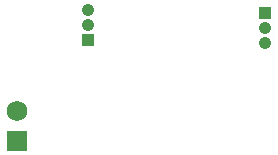
<source format=gbs>
G04*
G04 #@! TF.GenerationSoftware,Altium Limited,Altium Designer,25.2.1 (25)*
G04*
G04 Layer_Color=16711935*
%FSLAX44Y44*%
%MOMM*%
G71*
G04*
G04 #@! TF.SameCoordinates,E59C81FF-183B-4B4C-A30A-65E7F72278B8*
G04*
G04*
G04 #@! TF.FilePolarity,Negative*
G04*
G01*
G75*
%ADD15C,1.7532*%
%ADD16R,1.7532X1.7532*%
%ADD17R,1.0500X1.0500*%
%ADD18C,1.0500*%
D15*
X30000Y150000D02*
D03*
D16*
Y124600D02*
D03*
D17*
X240000Y232700D02*
D03*
X90000Y210000D02*
D03*
D18*
X240000Y220000D02*
D03*
Y207300D02*
D03*
X90000Y222700D02*
D03*
Y235400D02*
D03*
M02*

</source>
